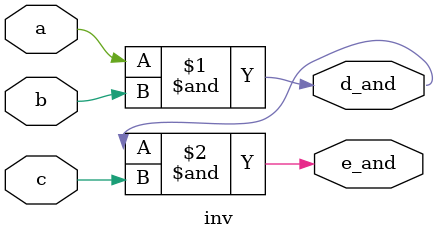
<source format=v>
`timescale 1ns / 1ps


module inv(
    input a,
    input b,
    input c,
    output d_and,
    output e_and
    );
    assign d_and = a & b;
    assign e_and = d_and & c;
    
endmodule
</source>
